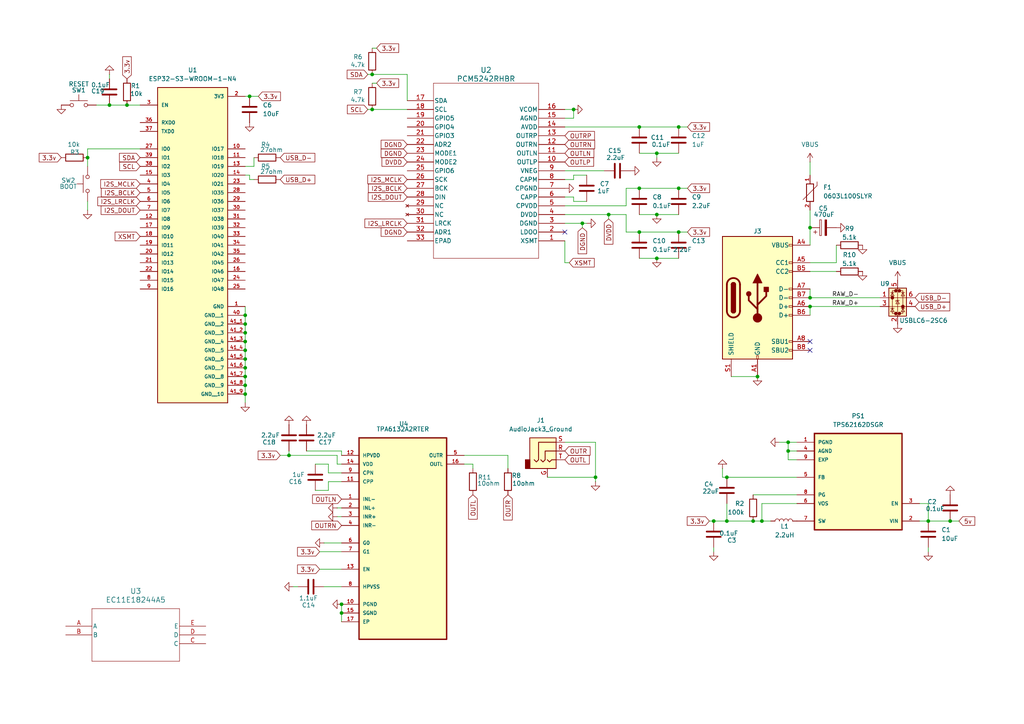
<source format=kicad_sch>
(kicad_sch (version 20250114) (generator "eeschema") (generator_version "9.0")
  (paper "A4")
  (title_block (title "Spotify Desk Thing - Blueprint") (company "blaze - Hack Club"))
  (lib_symbols
    (symbol "0603L100SLYR:0603L100SLYR" (pin_names (offset 1.016))
      (property "Reference" "F" (at -2.54 2.54 0))
      (property "Value" "0603L100SLYR" (at -2.54 -5.08 0))
      (symbol "0603L100SLYR_0_0"
        (pin passive line (at -5.08 0 0) (length 2.54) (name "~") (number "2"))
        (pin passive line (at 5.08 0 180) (length 2.54) (name "~") (number "1"))
      )
    )
    (symbol "Connector:USB_C_Receptacle_USB2.0_16P" (pin_names (offset 1.016))
      (property "Reference" "J" (at 0 22.225 0))
      (property "Value" "USB_C_Receptacle_USB2.0_16P" (at 0 19.685 0))
      (symbol "USB_C_Receptacle_USB2.0_16P_1_1"
        (pin passive line (at -7.62 -22.86 90) (length 5.08) (name "SHIELD") (number "S1"))
        (pin passive line (at 0 -22.86 90) (length 5.08) (name "GND") (number "A1"))
        (pin passive line (at 0 -22.86 90) (length 5.08) (hide yes) (name "GND") (number "A12"))
        (pin passive line (at 0 -22.86 90) (length 5.08) (hide yes) (name "GND") (number "B1"))
        (pin passive line (at 0 -22.86 90) (length 5.08) (hide yes) (name "GND") (number "B12"))
        (pin passive line (at 15.24 15.24 180) (length 5.08) (name "VBUS") (number "A4"))
        (pin passive line (at 15.24 15.24 180) (length 5.08) (hide yes) (name "VBUS") (number "A9"))
        (pin passive line (at 15.24 15.24 180) (length 5.08) (hide yes) (name "VBUS") (number "B4"))
        (pin passive line (at 15.24 15.24 180) (length 5.08) (hide yes) (name "VBUS") (number "B9"))
        (pin bidirectional line (at 15.24 10.16 180) (length 5.08) (name "CC1") (number "A5"))
        (pin bidirectional line (at 15.24 7.62 180) (length 5.08) (name "CC2") (number "B5"))
        (pin bidirectional line (at 15.24 2.54 180) (length 5.08) (name "D-") (number "A7"))
        (pin bidirectional line (at 15.24 0 180) (length 5.08) (name "D-") (number "B7"))
        (pin bidirectional line (at 15.24 -2.54 180) (length 5.08) (name "D+") (number "A6"))
        (pin bidirectional line (at 15.24 -5.08 180) (length 5.08) (name "D+") (number "B6"))
        (pin bidirectional line (at 15.24 -12.7 180) (length 5.08) (name "SBU1") (number "A8"))
        (pin bidirectional line (at 15.24 -15.24 180) (length 5.08) (name "SBU2") (number "B8"))
      )
    )
    (symbol "Connector_Audio:AudioJack3_Ground"
      (property "Reference" "J" (at 0 8.89 0))
      (property "Value" "AudioJack3_Ground" (at 0 6.35 0))
      (symbol "AudioJack3_Ground_1_1"
        (pin passive line (at 0 -7.62 90) (length 2.54) (name "~") (number "G"))
        (pin passive line (at 5.08 2.54 180) (length 2.54) (name "~") (number "S"))
        (pin passive line (at 5.08 0 180) (length 2.54) (name "~") (number "R"))
        (pin passive line (at 5.08 -2.54 180) (length 2.54) (name "~") (number "T"))
      )
    )
    (symbol "Device:C" (pin_numbers (hide yes)) (pin_names (offset 0.254))
      (property "Reference" "C" (at 0.635 2.54 0))
      (property "Value" "C" (at 0.635 -2.54 0))
      (symbol "C_1_1"
        (pin passive line (at 0 3.81 270) (length 2.794) (name "~") (number "1"))
        (pin passive line (at 0 -3.81 90) (length 2.794) (name "~") (number "2"))
      )
    )
    (symbol "Device:C_Polarized" (pin_numbers (hide yes)) (pin_names (offset 0.254))
      (property "Reference" "C" (at 0.635 2.54 0))
      (property "Value" "C_Polarized" (at 0.635 -2.54 0))
      (symbol "C_Polarized_1_1"
        (pin passive line (at 0 3.81 270) (length 2.794) (name "~") (number "1"))
        (pin passive line (at 0 -3.81 90) (length 2.794) (name "~") (number "2"))
      )
    )
    (symbol "Device:L" (pin_numbers (hide yes)) (pin_names (offset 1.016) (hide yes))
      (property "Reference" "L" (at -1.27 0 90))
      (property "Value" "L" (at 1.905 0 90))
      (symbol "L_1_1"
        (pin passive line (at 0 3.81 270) (length 1.27) (name "1") (number "1"))
        (pin passive line (at 0 -3.81 90) (length 1.27) (name "2") (number "2"))
      )
    )
    (symbol "Device:R" (pin_numbers (hide yes)) (pin_names (offset 0))
      (property "Reference" "R" (at 2.032 0 90))
      (property "Value" "R" (at 0 0 90))
      (symbol "R_1_1"
        (pin passive line (at 0 3.81 270) (length 1.27) (name "~") (number "1"))
        (pin passive line (at 0 -3.81 90) (length 1.27) (name "~") (number "2"))
      )
    )
    (symbol "EC11E:EC11E18244A5" (pin_names (offset 0.254))
      (property "Reference" "U" (at 20.32 10.16 0))
      (property "Value" "EC11E18244A5" (at 20.32 7.62 0))
      (symbol "EC11E18244A5_0_1"
        (pin unspecified line (at 0 0 0) (length 7.62) (name "A") (number "A"))
        (pin unspecified line (at 0 -2.54 0) (length 7.62) (name "B") (number "B"))
        (pin unspecified line (at 40.64 0 180) (length 7.62) (name "E") (number "E"))
        (pin unspecified line (at 40.64 -2.54 180) (length 7.62) (name "D") (number "D"))
        (pin unspecified line (at 40.64 -5.08 180) (length 7.62) (name "C") (number "C"))
      )
    )
    (symbol "ESP32-S3-WROOM-1-N4:ESP32-S3-WROOM-1-N4" (pin_names (offset 1.016))
      (property "Reference" "U" (at -10.16 34.1122 0))
      (property "Value" "ESP32-S3-WROOM-1-N4" (at -10.16 -60.96 0))
      (symbol "ESP32-S3-WROOM-1-N4_0_0"
        (pin input line (at -15.24 27.94 0) (length 5.08) (name "EN") (number "3"))
        (pin bidirectional line (at -15.24 22.86 0) (length 5.08) (name "RXD0") (number "36"))
        (pin bidirectional line (at -15.24 20.32 0) (length 5.08) (name "TXD0") (number "37"))
        (pin bidirectional line (at -15.24 15.24 0) (length 5.08) (name "IO0") (number "27"))
        (pin bidirectional line (at -15.24 12.7 0) (length 5.08) (name "IO1") (number "39"))
        (pin bidirectional line (at -15.24 10.16 0) (length 5.08) (name "IO2") (number "38"))
        (pin bidirectional line (at -15.24 7.62 0) (length 5.08) (name "IO3") (number "15"))
        (pin bidirectional line (at -15.24 5.08 0) (length 5.08) (name "IO4") (number "4"))
        (pin bidirectional line (at -15.24 2.54 0) (length 5.08) (name "IO5") (number "5"))
        (pin bidirectional line (at -15.24 0 0) (length 5.08) (name "IO6") (number "6"))
        (pin bidirectional line (at -15.24 -2.54 0) (length 5.08) (name "IO7") (number "7"))
        (pin bidirectional line (at -15.24 -5.08 0) (length 5.08) (name "IO8") (number "12"))
        (pin bidirectional line (at -15.24 -7.62 0) (length 5.08) (name "IO9") (number "17"))
        (pin bidirectional line (at -15.24 -10.16 0) (length 5.08) (name "IO10") (number "18"))
        (pin bidirectional line (at -15.24 -12.7 0) (length 5.08) (name "IO11") (number "19"))
        (pin bidirectional line (at -15.24 -15.24 0) (length 5.08) (name "IO12") (number "20"))
        (pin bidirectional line (at -15.24 -17.78 0) (length 5.08) (name "IO13") (number "21"))
        (pin bidirectional line (at -15.24 -20.32 0) (length 5.08) (name "IO14") (number "22"))
        (pin bidirectional line (at -15.24 -22.86 0) (length 5.08) (name "IO15") (number "8"))
        (pin bidirectional line (at -15.24 -25.4 0) (length 5.08) (name "IO16") (number "9"))
        (pin power_in line (at 15.24 30.48 180) (length 5.08) (name "3V3") (number "2"))
        (pin bidirectional line (at 15.24 15.24 180) (length 5.08) (name "IO17") (number "10"))
        (pin bidirectional line (at 15.24 12.7 180) (length 5.08) (name "IO18") (number "11"))
        (pin bidirectional line (at 15.24 10.16 180) (length 5.08) (name "IO19") (number "13"))
        (pin bidirectional line (at 15.24 7.62 180) (length 5.08) (name "IO20") (number "14"))
        (pin bidirectional line (at 15.24 5.08 180) (length 5.08) (name "IO21") (number "23"))
        (pin bidirectional line (at 15.24 2.54 180) (length 5.08) (name "IO35") (number "28"))
        (pin bidirectional line (at 15.24 0 180) (length 5.08) (name "IO36") (number "29"))
        (pin bidirectional line (at 15.24 -2.54 180) (length 5.08) (name "IO37") (number "30"))
        (pin bidirectional line (at 15.24 -5.08 180) (length 5.08) (name "IO38") (number "31"))
        (pin bidirectional line (at 15.24 -7.62 180) (length 5.08) (name "IO39") (number "32"))
        (pin bidirectional line (at 15.24 -10.16 180) (length 5.08) (name "IO40") (number "33"))
        (pin bidirectional line (at 15.24 -12.7 180) (length 5.08) (name "IO41") (number "34"))
        (pin bidirectional line (at 15.24 -15.24 180) (length 5.08) (name "IO42") (number "35"))
        (pin bidirectional line (at 15.24 -17.78 180) (length 5.08) (name "IO45") (number "26"))
        (pin bidirectional line (at 15.24 -20.32 180) (length 5.08) (name "IO46") (number "16"))
        (pin bidirectional line (at 15.24 -22.86 180) (length 5.08) (name "IO47") (number "24"))
        (pin bidirectional line (at 15.24 -25.4 180) (length 5.08) (name "IO48") (number "25"))
        (pin power_in line (at 15.24 -30.48 180) (length 5.08) (name "GND") (number "1"))
        (pin power_in line (at 15.24 -33.02 180) (length 5.08) (name "GND__1") (number "40"))
        (pin power_in line (at 15.24 -35.56 180) (length 5.08) (name "GND__2") (number "41_1"))
        (pin power_in line (at 15.24 -38.1 180) (length 5.08) (name "GND__3") (number "41_2"))
        (pin power_in line (at 15.24 -40.64 180) (length 5.08) (name "GND__4") (number "41_3"))
        (pin power_in line (at 15.24 -43.18 180) (length 5.08) (name "GND__5") (number "41_4"))
        (pin power_in line (at 15.24 -45.72 180) (length 5.08) (name "GND__6") (number "41_5"))
        (pin power_in line (at 15.24 -48.26 180) (length 5.08) (name "GND__7") (number "41_6"))
        (pin power_in line (at 15.24 -50.8 180) (length 5.08) (name "GND__8") (number "41_7"))
        (pin power_in line (at 15.24 -53.34 180) (length 5.08) (name "GND__9") (number "41_8"))
        (pin power_in line (at 15.24 -55.88 180) (length 5.08) (name "GND__10") (number "41_9"))
      )
    )
    (symbol "PCM5242RHBR:PCM5242RHBR" (pin_names (offset 0.254))
      (property "Reference" "U" (at 22.86 10.16 0))
      (property "Value" "PCM5242RHBR" (at 22.86 7.62 0))
      (symbol "PCM5242RHBR_0_1"
        (pin input line (at 0 0 0) (length 7.62) (name "XSMT") (number "1"))
        (pin output line (at 0 -2.54 0) (length 7.62) (name "LDOO") (number "2"))
        (pin power_in line (at 0 -5.08 0) (length 7.62) (name "DGND") (number "3"))
        (pin power_in line (at 0 -7.62 0) (length 7.62) (name "DVDD") (number "4"))
        (pin power_in line (at 0 -10.16 0) (length 7.62) (name "CPVDD") (number "5"))
        (pin output line (at 0 -12.7 0) (length 7.62) (name "CAPP") (number "6"))
        (pin power_in line (at 0 -15.24 0) (length 7.62) (name "CPGND") (number "7"))
        (pin output line (at 0 -17.78 0) (length 7.62) (name "CAPM") (number "8"))
        (pin output line (at 0 -20.32 0) (length 7.62) (name "VNEG") (number "9"))
        (pin output line (at 0 -22.86 0) (length 7.62) (name "OUTLP") (number "10"))
        (pin output line (at 0 -25.4 0) (length 7.62) (name "OUTLN") (number "11"))
        (pin output line (at 0 -27.94 0) (length 7.62) (name "OUTRN") (number "12"))
        (pin output line (at 0 -30.48 0) (length 7.62) (name "OUTRP") (number "13"))
        (pin power_in line (at 0 -33.02 0) (length 7.62) (name "AVDD") (number "14"))
        (pin power_in line (at 0 -35.56 0) (length 7.62) (name "AGND") (number "15"))
        (pin bidirectional line (at 0 -38.1 0) (length 7.62) (name "VCOM") (number "16"))
        (pin unspecified line (at 45.72 0 180) (length 7.62) (name "EPAD") (number "33"))
        (pin bidirectional line (at 45.72 -2.54 180) (length 7.62) (name "ADR1") (number "32"))
        (pin bidirectional line (at 45.72 -5.08 180) (length 7.62) (name "LRCK") (number "31"))
        (pin no_connect line (at 45.72 -7.62 180) (length 7.62) (name "NC") (number "30"))
        (pin no_connect line (at 45.72 -10.16 180) (length 7.62) (name "NC") (number "29"))
        (pin input line (at 45.72 -12.7 180) (length 7.62) (name "DIN") (number "28"))
        (pin bidirectional line (at 45.72 -15.24 180) (length 7.62) (name "BCK") (number "27"))
        (pin input line (at 45.72 -17.78 180) (length 7.62) (name "SCK") (number "26"))
        (pin bidirectional line (at 45.72 -20.32 180) (length 7.62) (name "GPIO6") (number "25"))
        (pin input line (at 45.72 -22.86 180) (length 7.62) (name "MODE2") (number "24"))
        (pin input line (at 45.72 -25.4 180) (length 7.62) (name "MODE1") (number "23"))
        (pin bidirectional line (at 45.72 -27.94 180) (length 7.62) (name "ADR2") (number "22"))
        (pin bidirectional line (at 45.72 -30.48 180) (length 7.62) (name "GPIO3") (number "21"))
        (pin bidirectional line (at 45.72 -33.02 180) (length 7.62) (name "GPIO4") (number "20"))
        (pin bidirectional line (at 45.72 -35.56 180) (length 7.62) (name "GPIO5") (number "19"))
        (pin input line (at 45.72 -38.1 180) (length 7.62) (name "SCL") (number "18"))
        (pin bidirectional line (at 45.72 -40.64 180) (length 7.62) (name "SDA") (number "17"))
      )
    )
    (symbol "Power_Protection:USBLC6-2SC6" (pin_names (hide yes))
      (property "Reference" "U" (at 0.635 5.715 0))
      (property "Value" "USBLC6-2SC6" (at 0.635 3.81 0))
      (symbol "USBLC6-2SC6_1_1"
        (pin passive line (at -5.08 0 0) (length 2.54) (name "I/O1") (number "1"))
        (pin passive line (at -5.08 -2.54 0) (length 2.54) (name "I/O2") (number "3"))
        (pin passive line (at 0 5.08 270) (length 2.54) (name "VBUS") (number "5"))
        (pin passive line (at 0 -7.62 90) (length 2.54) (name "GND") (number "2"))
        (pin passive line (at 5.08 0 180) (length 2.54) (name "I/O1") (number "6"))
        (pin passive line (at 5.08 -2.54 180) (length 2.54) (name "I/O2") (number "4"))
      )
    )
    (symbol "Switch:SW_Push" (pin_numbers (hide yes)) (pin_names (offset 1.016) (hide yes))
      (property "Reference" "SW" (at 1.27 2.54 0))
      (property "Value" "SW_Push" (at 0 -1.524 0))
      (symbol "SW_Push_0_1"
        (pin passive line (at -5.08 0 0) (length 2.54) (name "1") (number "1"))
        (pin passive line (at 5.08 0 180) (length 2.54) (name "2") (number "2"))
      )
    )
    (symbol "TPA6132A2RTER:TPA6132A2RTER" (pin_names (offset 1.016))
      (property "Reference" "U" (at -5.5203 27.6777 0))
      (property "Value" "TPA6132A2RTER" (at -3.6369 -37.6155 0))
      (symbol "TPA6132A2RTER_0_0"
        (pin power_in line (at -17.78 20.32 0) (length 5.08) (name "HPVDD") (number "12"))
        (pin power_in line (at -17.78 17.78 0) (length 5.08) (name "VDD") (number "14"))
        (pin power_in line (at -17.78 15.24 0) (length 5.08) (name "CPN") (number "9"))
        (pin power_in line (at -17.78 12.7 0) (length 5.08) (name "CPP") (number "11"))
        (pin input line (at -17.78 7.62 0) (length 5.08) (name "INL-") (number "1"))
        (pin input line (at -17.78 5.08 0) (length 5.08) (name "INL+") (number "2"))
        (pin input line (at -17.78 2.54 0) (length 5.08) (name "INR+") (number "3"))
        (pin input line (at -17.78 0 0) (length 5.08) (name "INR-") (number "4"))
        (pin input line (at -17.78 -5.08 0) (length 5.08) (name "G0") (number "6"))
        (pin input line (at -17.78 -7.62 0) (length 5.08) (name "G1") (number "7"))
        (pin input line (at -17.78 -12.7 0) (length 5.08) (name "EN") (number "13"))
        (pin power_in line (at -17.78 -17.78 0) (length 5.08) (name "HPVSS") (number "8"))
        (pin passive line (at -17.78 -22.86 0) (length 5.08) (name "PGND") (number "10"))
        (pin passive line (at -17.78 -25.4 0) (length 5.08) (name "SGND") (number "15"))
        (pin passive line (at -17.78 -27.94 0) (length 5.08) (name "EP") (number "17"))
        (pin output line (at 17.78 20.32 180) (length 5.08) (name "OUTR") (number "5"))
        (pin output line (at 17.78 17.78 180) (length 5.08) (name "OUTL") (number "16"))
      )
    )
    (symbol "TPS62162DSGR:TPS62162DSGR" (pin_names (offset 1.016))
      (property "Reference" "PS" (at -12.7 13.7 0))
      (property "Value" "TPS62162DSGR" (at -12.7 -17.78 0))
      (symbol "TPS62162DSGR_0_0"
        (pin input line (at -17.78 10.16 0) (length 5.08) (name "VIN") (number "2"))
        (pin input line (at -17.78 5.08 0) (length 5.08) (name "EN") (number "3"))
        (pin output line (at 17.78 10.16 180) (length 5.08) (name "SW") (number "7"))
        (pin input line (at 17.78 5.08 180) (length 5.08) (name "VOS") (number "6"))
        (pin output line (at 17.78 2.54 180) (length 5.08) (name "PG") (number "8"))
        (pin input line (at 17.78 -2.54 180) (length 5.08) (name "FB") (number "5"))
        (pin passive line (at 17.78 -7.62 180) (length 5.08) (name "EXP") (number "9"))
        (pin power_in line (at 17.78 -10.16 180) (length 5.08) (name "AGND") (number "4"))
        (pin power_in line (at 17.78 -12.7 180) (length 5.08) (name "PGND") (number "1"))
      )
    )
    (symbol "power:GND" (power) (pin_numbers (hide yes)) (pin_names (offset 0) (hide yes))
      (property "Value" "GND" (at 0 -3.81 0))
      (symbol "GND_1_1"
        (pin power_in line (at 0 0 270) (length 0) (name "~") (number "1"))
      )
    )
    (symbol "power:VBUS" (power) (pin_numbers (hide yes)) (pin_names (offset 0) (hide yes))
      (property "Value" "VBUS" (at 0 3.556 0))
      (symbol "VBUS_1_1"
        (pin power_in line (at 0 0 90) (length 0) (name "~") (number "1"))
      )
    )
  )
  (junction (at 166.37 31.75))
  (junction (at 31.75 30.48))
  (junction (at 196.85 67.31))
  (junction (at 71.12 93.98))
  (junction (at 234.95 86.36))
  (junction (at 269.24 151.13))
  (junction (at 228.6 128.27))
  (junction (at 210.82 151.13))
  (junction (at 185.42 54.61))
  (junction (at 168.91 64.77))
  (junction (at 71.12 96.52))
  (junction (at 172.72 138.43))
  (junction (at 218.44 151.13))
  (junction (at 71.12 111.76))
  (junction (at 25.4 45.72))
  (junction (at 36.83 30.48))
  (junction (at 99.06 177.8))
  (junction (at 176.53 62.23))
  (junction (at 220.98 151.13))
  (junction (at 219.71 109.22))
  (junction (at 234.95 66.04))
  (junction (at 99.06 175.26))
  (junction (at 190.5 44.45))
  (junction (at 196.85 54.61))
  (junction (at 71.12 101.6))
  (junction (at 71.12 104.14))
  (junction (at 71.12 109.22))
  (junction (at 190.5 62.23))
  (junction (at 228.6 130.81))
  (junction (at 196.85 36.83))
  (junction (at 207.01 151.13))
  (junction (at 210.82 138.43))
  (junction (at 190.5 74.93))
  (junction (at 275.59 151.13))
  (junction (at 72.39 27.94))
  (junction (at 71.12 91.44))
  (junction (at 71.12 106.68))
  (junction (at 234.95 88.9))
  (junction (at 83.82 132.08))
  (junction (at 107.95 21.59))
  (junction (at 185.42 67.31))
  (junction (at 185.42 36.83))
  (junction (at 71.12 114.3))
  (junction (at 71.12 99.06))
  (junction (at 107.95 31.75))
  (no_connect (at 234.95 101.6))
  (no_connect (at 163.83 67.31))
  (no_connect (at 234.95 99.06))
  (wire (pts (xy 163.83 69.85) (xy 163.83 76.2)))
  (wire (pts (xy 95.25 139.7) (xy 95.25 142.24)))
  (wire (pts (xy 25.4 43.18) (xy 40.64 43.18)))
  (wire (pts (xy 218.44 151.13) (xy 220.98 151.13)))
  (wire (pts (xy 163.83 34.29) (xy 166.37 34.29)))
  (wire (pts (xy 99.06 130.81) (xy 88.9 130.81)))
  (wire (pts (xy 166.37 34.29) (xy 166.37 31.75)))
  (wire (pts (xy 234.95 86.36) (xy 255.27 86.36)))
  (wire (pts (xy 218.44 143.51) (xy 231.14 143.51)))
  (wire (pts (xy 71.12 114.3) (xy 71.12 116.84)))
  (wire (pts (xy 166.37 31.75) (xy 163.83 31.75)))
  (wire (pts (xy 210.82 146.05) (xy 210.82 151.13)))
  (wire (pts (xy 99.06 177.8) (xy 99.06 180.34)))
  (wire (pts (xy 190.5 74.93) (xy 196.85 74.93)))
  (wire (pts (xy 72.39 50.8) (xy 71.12 50.8)))
  (wire (pts (xy 31.75 21.59) (xy 31.75 22.86)))
  (wire (pts (xy 71.12 93.98) (xy 71.12 96.52)))
  (wire (pts (xy 168.91 66.04) (xy 168.91 64.77)))
  (wire (pts (xy 176.53 62.23) (xy 181.61 62.23)))
  (wire (pts (xy 109.22 13.97) (xy 107.95 13.97)))
  (wire (pts (xy 181.61 59.69) (xy 163.83 59.69)))
  (wire (pts (xy 234.95 60.96) (xy 234.95 66.04)))
  (wire (pts (xy 107.95 31.75) (xy 118.11 31.75)))
  (wire (pts (xy 106.68 21.59) (xy 107.95 21.59)))
  (wire (pts (xy 92.71 160.02) (xy 99.06 160.02)))
  (wire (pts (xy 234.95 91.44) (xy 234.95 88.9)))
  (wire (pts (xy 163.83 49.53) (xy 175.26 49.53)))
  (wire (pts (xy 190.5 44.45) (xy 190.5 45.72)))
  (wire (pts (xy 166.37 50.8) (xy 170.18 50.8)))
  (wire (pts (xy 185.42 36.83) (xy 196.85 36.83)))
  (wire (pts (xy 166.37 52.07) (xy 166.37 50.8)))
  (wire (pts (xy 234.95 66.04) (xy 234.95 71.12)))
  (wire (pts (xy 181.61 54.61) (xy 181.61 59.69)))
  (wire (pts (xy 172.72 128.27) (xy 172.72 138.43)))
  (wire (pts (xy 172.72 139.7) (xy 172.72 138.43)))
  (wire (pts (xy 73.66 48.26) (xy 73.66 45.72)))
  (wire (pts (xy 269.24 151.13) (xy 266.7 151.13)))
  (wire (pts (xy 72.39 27.94) (xy 71.12 27.94)))
  (wire (pts (xy 185.42 62.23) (xy 190.5 62.23)))
  (wire (pts (xy 92.71 165.1) (xy 99.06 165.1)))
  (wire (pts (xy 118.11 21.59) (xy 118.11 29.21)))
  (wire (pts (xy 242.57 76.2) (xy 234.95 76.2)))
  (wire (pts (xy 196.85 54.61) (xy 199.39 54.61)))
  (wire (pts (xy 210.82 138.43) (xy 231.14 138.43)))
  (wire (pts (xy 181.61 54.61) (xy 185.42 54.61)))
  (wire (pts (xy 25.4 45.72) (xy 25.4 48.26)))
  (wire (pts (xy 275.59 151.13) (xy 278.13 151.13)))
  (wire (pts (xy 91.44 134.62) (xy 95.25 134.62)))
  (wire (pts (xy 93.98 170.18) (xy 99.06 170.18)))
  (wire (pts (xy 266.7 146.05) (xy 269.24 146.05)))
  (wire (pts (xy 163.83 36.83) (xy 185.42 36.83)))
  (wire (pts (xy 36.83 30.48) (xy 40.64 30.48)))
  (wire (pts (xy 228.6 128.27) (xy 228.6 130.81)))
  (wire (pts (xy 31.75 30.48) (xy 36.83 30.48)))
  (wire (pts (xy 107.95 21.59) (xy 118.11 21.59)))
  (wire (pts (xy 242.57 78.74) (xy 234.95 78.74)))
  (wire (pts (xy 234.95 46.99) (xy 234.95 50.8)))
  (wire (pts (xy 231.14 128.27) (xy 228.6 128.27)))
  (wire (pts (xy 207.01 158.75) (xy 207.01 160.02)))
  (wire (pts (xy 231.14 133.35) (xy 228.6 133.35)))
  (wire (pts (xy 99.06 134.62) (xy 97.79 134.62)))
  (wire (pts (xy 199.39 36.83) (xy 196.85 36.83)))
  (wire (pts (xy 97.79 147.32) (xy 99.06 147.32)))
  (wire (pts (xy 185.42 54.61) (xy 196.85 54.61)))
  (wire (pts (xy 85.09 170.18) (xy 86.36 170.18)))
  (wire (pts (xy 209.55 135.89) (xy 209.55 138.43)))
  (wire (pts (xy 220.98 146.05) (xy 220.98 151.13)))
  (wire (pts (xy 196.85 67.31) (xy 199.39 67.31)))
  (wire (pts (xy 99.06 132.08) (xy 99.06 130.81)))
  (wire (pts (xy 25.4 43.18) (xy 25.4 45.72)))
  (wire (pts (xy 95.25 137.16) (xy 99.06 137.16)))
  (wire (pts (xy 207.01 151.13) (xy 210.82 151.13)))
  (wire (pts (xy 176.53 63.5) (xy 176.53 62.23)))
  (wire (pts (xy 269.24 146.05) (xy 269.24 151.13)))
  (wire (pts (xy 137.16 134.62) (xy 137.16 135.89)))
  (wire (pts (xy 99.06 175.26) (xy 99.06 177.8)))
  (wire (pts (xy 185.42 67.31) (xy 196.85 67.31)))
  (wire (pts (xy 71.12 88.9) (xy 71.12 91.44)))
  (wire (pts (xy 163.83 52.07) (xy 166.37 52.07)))
  (wire (pts (xy 73.66 52.07) (xy 72.39 52.07)))
  (wire (pts (xy 166.37 58.42) (xy 170.18 58.42)))
  (wire (pts (xy 166.37 58.42) (xy 166.37 57.15)))
  (wire (pts (xy 234.95 88.9) (xy 255.27 88.9)))
  (wire (pts (xy 234.95 83.82) (xy 234.95 86.36)))
  (wire (pts (xy 210.82 138.43) (xy 209.55 138.43)))
  (wire (pts (xy 71.12 101.6) (xy 71.12 104.14)))
  (wire (pts (xy 71.12 99.06) (xy 71.12 101.6)))
  (wire (pts (xy 71.12 111.76) (xy 71.12 114.3)))
  (wire (pts (xy 231.14 146.05) (xy 220.98 146.05)))
  (wire (pts (xy 185.42 44.45) (xy 190.5 44.45)))
  (wire (pts (xy 97.79 149.86) (xy 99.06 149.86)))
  (wire (pts (xy 212.09 109.22) (xy 219.71 109.22)))
  (wire (pts (xy 269.24 158.75) (xy 269.24 160.02)))
  (wire (pts (xy 99.06 139.7) (xy 95.25 139.7)))
  (wire (pts (xy 25.4 58.42) (xy 25.4 60.96)))
  (wire (pts (xy 71.12 109.22) (xy 71.12 111.76)))
  (wire (pts (xy 210.82 151.13) (xy 218.44 151.13)))
  (wire (pts (xy 134.62 132.08) (xy 147.32 132.08)))
  (wire (pts (xy 158.75 138.43) (xy 172.72 138.43)))
  (wire (pts (xy 205.74 151.13) (xy 207.01 151.13)))
  (wire (pts (xy 71.12 91.44) (xy 71.12 93.98)))
  (wire (pts (xy 134.62 134.62) (xy 137.16 134.62)))
  (wire (pts (xy 228.6 130.81) (xy 231.14 130.81)))
  (wire (pts (xy 228.6 133.35) (xy 228.6 130.81)))
  (wire (pts (xy 166.37 57.15) (xy 163.83 57.15)))
  (wire (pts (xy 74.93 27.94) (xy 72.39 27.94)))
  (wire (pts (xy 71.12 48.26) (xy 73.66 48.26)))
  (wire (pts (xy 97.79 132.08) (xy 97.79 134.62)))
  (wire (pts (xy 242.57 71.12) (xy 242.57 76.2)))
  (wire (pts (xy 163.83 76.2) (xy 165.1 76.2)))
  (wire (pts (xy 220.98 151.13) (xy 223.52 151.13)))
  (wire (pts (xy 163.83 64.77) (xy 168.91 64.77)))
  (wire (pts (xy 147.32 132.08) (xy 147.32 135.89)))
  (wire (pts (xy 163.83 62.23) (xy 176.53 62.23)))
  (wire (pts (xy 27.94 30.48) (xy 31.75 30.48)))
  (wire (pts (xy 71.12 96.52) (xy 71.12 99.06)))
  (wire (pts (xy 181.61 67.31) (xy 185.42 67.31)))
  (wire (pts (xy 168.91 64.77) (xy 170.18 64.77)))
  (wire (pts (xy 226.06 128.27) (xy 228.6 128.27)))
  (wire (pts (xy 185.42 74.93) (xy 190.5 74.93)))
  (wire (pts (xy 71.12 104.14) (xy 71.12 106.68)))
  (wire (pts (xy 190.5 44.45) (xy 196.85 44.45)))
  (wire (pts (xy 181.61 62.23) (xy 181.61 67.31)))
  (wire (pts (xy 93.98 157.48) (xy 99.06 157.48)))
  (wire (pts (xy 72.39 52.07) (xy 72.39 50.8)))
  (wire (pts (xy 81.28 132.08) (xy 83.82 132.08)))
  (wire (pts (xy 190.5 62.23) (xy 196.85 62.23)))
  (wire (pts (xy 83.82 130.81) (xy 83.82 132.08)))
  (wire (pts (xy 106.68 31.75) (xy 107.95 31.75)))
  (wire (pts (xy 71.12 106.68) (xy 71.12 109.22)))
  (wire (pts (xy 97.79 132.08) (xy 83.82 132.08)))
  (wire (pts (xy 95.25 142.24) (xy 91.44 142.24)))
  (wire (pts (xy 269.24 151.13) (xy 275.59 151.13)))
  (wire (pts (xy 163.83 128.27) (xy 172.72 128.27)))
  (wire (pts (xy 109.22 24.13) (xy 107.95 24.13)))
  (wire (pts (xy 95.25 134.62) (xy 95.25 137.16)))
  (label "RAW_D+" (at 241.3 88.9 0))
  (label "RAW_D-" (at 241.3 86.36 0))
  (global_label "SCL" (shape input) (at 40.64 48.26 180) (property "Intersheetrefs" "${INTERSHEET_REFS}" (effects (hide yes))))
  (global_label "SCL" (shape input) (at 106.68 31.75 180) (property "Intersheetrefs" "${INTERSHEET_REFS}" (effects (hide yes))))
  (global_label "SDA" (shape input) (at 40.64 45.72 180) (property "Intersheetrefs" "${INTERSHEET_REFS}" (effects (hide yes))))
  (global_label "3.3v" (shape input) (at 199.39 54.61 0) (property "Intersheetrefs" "${INTERSHEET_REFS}" (effects (hide yes))))
  (global_label "OUTRN" (shape input) (at 163.83 41.91 0) (property "Intersheetrefs" "${INTERSHEET_REFS}" (effects (hide yes))))
  (global_label "USB_D-" (shape input) (at 81.28 45.72 0) (property "Intersheetrefs" "${INTERSHEET_REFS}" (effects (hide yes))))
  (global_label "OUTL" (shape input) (at 137.16 143.51 270) (property "Intersheetrefs" "${INTERSHEET_REFS}" (effects (hide yes))))
  (global_label "OUTR" (shape input) (at 147.32 143.51 270) (property "Intersheetrefs" "${INTERSHEET_REFS}" (effects (hide yes))))
  (global_label "I2S_MCLK" (shape input) (at 40.64 53.34 180) (property "Intersheetrefs" "${INTERSHEET_REFS}" (effects (hide yes))))
  (global_label "I2S_DOUT" (shape input) (at 40.64 60.96 180) (property "Intersheetrefs" "${INTERSHEET_REFS}" (effects (hide yes))))
  (global_label "OUTLN" (shape input) (at 163.83 44.45 0) (property "Intersheetrefs" "${INTERSHEET_REFS}" (effects (hide yes))))
  (global_label "5v" (shape input) (at 278.13 151.13 0) (property "Intersheetrefs" "${INTERSHEET_REFS}" (effects (hide yes))))
  (global_label "OUTLN" (shape input) (at 99.06 144.78 180) (property "Intersheetrefs" "${INTERSHEET_REFS}" (effects (hide yes))))
  (global_label "DGND" (shape input) (at 168.91 66.04 270) (property "Intersheetrefs" "${INTERSHEET_REFS}" (effects (hide yes))))
  (global_label "USB_D+" (shape input) (at 81.28 52.07 0) (property "Intersheetrefs" "${INTERSHEET_REFS}" (effects (hide yes))))
  (global_label "OUTLP" (shape input) (at 163.83 46.99 0) (property "Intersheetrefs" "${INTERSHEET_REFS}" (effects (hide yes))))
  (global_label "I2S_LRCLK" (shape input) (at 118.11 64.77 180) (property "Intersheetrefs" "${INTERSHEET_REFS}" (effects (hide yes))))
  (global_label "3.3v" (shape input) (at 74.93 27.94 0) (property "Intersheetrefs" "${INTERSHEET_REFS}" (effects (hide yes))))
  (global_label "XSMT" (shape input) (at 165.1 76.2 0) (property "Intersheetrefs" "${INTERSHEET_REFS}" (effects (hide yes))))
  (global_label "DVDD" (shape input) (at 118.11 46.99 180) (property "Intersheetrefs" "${INTERSHEET_REFS}" (effects (hide yes))))
  (global_label "USB_D+" (shape input) (at 265.43 88.9 0) (property "Intersheetrefs" "${INTERSHEET_REFS}" (effects (hide yes))))
  (global_label "3.3v" (shape input) (at 92.71 160.02 180) (property "Intersheetrefs" "${INTERSHEET_REFS}" (effects (hide yes))))
  (global_label "I2S_LRCLK" (shape input) (at 40.64 58.42 180) (property "Intersheetrefs" "${INTERSHEET_REFS}" (effects (hide yes))))
  (global_label "SDA" (shape input) (at 106.68 21.59 180) (property "Intersheetrefs" "${INTERSHEET_REFS}" (effects (hide yes))))
  (global_label "3.3v" (shape input) (at 81.28 132.08 180) (property "Intersheetrefs" "${INTERSHEET_REFS}" (effects (hide yes))))
  (global_label "I2S_DOUT" (shape input) (at 118.11 57.15 180) (property "Intersheetrefs" "${INTERSHEET_REFS}" (effects (hide yes))))
  (global_label "DGND" (shape input) (at 118.11 67.31 180) (property "Intersheetrefs" "${INTERSHEET_REFS}" (effects (hide yes))))
  (global_label "3.3v" (shape input) (at 109.22 24.13 0) (property "Intersheetrefs" "${INTERSHEET_REFS}" (effects (hide yes))))
  (global_label "DGND" (shape input) (at 118.11 41.91 180) (property "Intersheetrefs" "${INTERSHEET_REFS}" (effects (hide yes))))
  (global_label "3.3v" (shape input) (at 92.71 165.1 180) (property "Intersheetrefs" "${INTERSHEET_REFS}" (effects (hide yes))))
  (global_label "3.3v" (shape input) (at 199.39 67.31 0) (property "Intersheetrefs" "${INTERSHEET_REFS}" (effects (hide yes))))
  (global_label "OUTRN" (shape input) (at 99.06 152.4 180) (property "Intersheetrefs" "${INTERSHEET_REFS}" (effects (hide yes))))
  (global_label "I2S_MCLK" (shape input) (at 118.11 52.07 180) (property "Intersheetrefs" "${INTERSHEET_REFS}" (effects (hide yes))))
  (global_label "DVDD" (shape input) (at 176.53 63.5 270) (property "Intersheetrefs" "${INTERSHEET_REFS}" (effects (hide yes))))
  (global_label "3.3v" (shape input) (at 199.39 36.83 0) (property "Intersheetrefs" "${INTERSHEET_REFS}" (effects (hide yes))))
  (global_label "I2S_BCLK" (shape input) (at 40.64 55.88 180) (property "Intersheetrefs" "${INTERSHEET_REFS}" (effects (hide yes))))
  (global_label "3.3v" (shape input) (at 205.74 151.13 180) (property "Intersheetrefs" "${INTERSHEET_REFS}" (effects (hide yes))))
  (global_label "3.3v" (shape input) (at 17.78 45.72 180) (property "Intersheetrefs" "${INTERSHEET_REFS}" (effects (hide yes))))
  (global_label "3.3v" (shape input) (at 36.83 22.86 90) (property "Intersheetrefs" "${INTERSHEET_REFS}" (effects (hide yes))))
  (global_label "USB_D-" (shape input) (at 265.43 86.36 0) (property "Intersheetrefs" "${INTERSHEET_REFS}" (effects (hide yes))))
  (global_label "OUTRP" (shape input) (at 163.83 39.37 0) (property "Intersheetrefs" "${INTERSHEET_REFS}" (effects (hide yes))))
  (global_label "XSMT" (shape input) (at 40.64 68.58 180) (property "Intersheetrefs" "${INTERSHEET_REFS}" (effects (hide yes))))
  (global_label "DGND" (shape input) (at 118.11 44.45 180) (property "Intersheetrefs" "${INTERSHEET_REFS}" (effects (hide yes))))
  (global_label "OUTL" (shape input) (at 163.83 133.35 0) (property "Intersheetrefs" "${INTERSHEET_REFS}" (effects (hide yes))))
  (global_label "OUTR" (shape input) (at 163.83 130.81 0) (property "Intersheetrefs" "${INTERSHEET_REFS}" (effects (hide yes))))
  (global_label "I2S_BCLK" (shape input) (at 118.11 54.61 180) (property "Intersheetrefs" "${INTERSHEET_REFS}" (effects (hide yes))))
  (global_label "3.3v" (shape input) (at 109.22 13.97 0) (property "Intersheetrefs" "${INTERSHEET_REFS}" (effects (hide yes))))
  (symbol (lib_id "Switch:SW_Push") (at 25.4 53.34 90) (unit 1)
    (property "Reference" "SW2" (at 19.812 52.324 90))
    (property "Value" "BOOT" (at 19.812 54.102 90))
    (property "Footprint" "ad-hoc:ALPSALPINE_TopPush_Button" (effects (hide yes)))
    (property "Description" "Push button switch, generic, two pins" (effects (hide yes)))
    (property "Part #" "SKHHAMA010" (effects (hide yes)))
  )
  (symbol (lib_id "Device:C") (at 210.82 142.24 180) (unit 1)
    (property "Reference" "C4" (at 204.216 140.462 0) (effects (justify right)))
    (property "Value" "22uF" (at 203.708 142.494 0) (effects (justify right)))
    (property "Footprint" "Capacitor_SMD:C_0402_1005Metric" (effects (hide yes)))
    (property "Description" "Unpolarized capacitor" (effects (hide yes)))
    (property "Part #" "TCC0402X5R105K6R3AT" (effects (hide yes)))
  )
  (symbol (lib_id "power:GND") (at 88.9 123.19 180) (unit 1)
    (property "Reference" "#PWR022" (effects (hide yes)))
    (property "Value" "GND" (effects (hide yes)))
    (property "Description" "Power symbol creates a global label with name \"GND\" , ground" (effects (hide yes)))
  )
  (symbol (lib_id "Device:R") (at 137.16 139.7 0) (unit 1)
    (property "Reference" "R11" (at 142.494 138.43 0) (effects (justify right)))
    (property "Value" "10ohm" (at 145.034 140.208 0) (effects (justify right)))
    (property "Footprint" "Resistor_SMD:R_0603_1608Metric" (effects (hide yes)))
    (property "Description" "Resistor" (effects (hide yes)))
    (property "Part #" "RC1206JR-134K7L" (effects (hide yes)))
  )
  (symbol (lib_id "Device:R") (at 21.59 45.72 90) (unit 1)
    (property "Reference" "R3" (at 20.32 44.196 90) (effects (justify right)))
    (property "Value" "10k" (at 19.558 41.91 90) (effects (justify right)))
    (property "Footprint" "Resistor_SMD:R_0603_1608Metric" (effects (hide yes)))
    (property "Description" "Resistor" (effects (hide yes)))
    (property "Part #" "RC1206JR-134K7L" (effects (hide yes)))
  )
  (symbol (lib_id "Device:C") (at 275.59 147.32 180) (unit 1)
    (property "Reference" "C2" (at 268.986 145.542 0) (effects (justify right)))
    (property "Value" "0.1uF" (at 268.478 147.574 0) (effects (justify right)))
    (property "Footprint" "Capacitor_SMD:C_0402_1005Metric" (effects (hide yes)))
    (property "Description" "Unpolarized capacitor" (effects (hide yes)))
    (property "Part #" "TCC0402X5R105K6R3AT" (effects (hide yes)))
  )
  (symbol (lib_id "Device:R") (at 77.47 52.07 90) (unit 1)
    (property "Reference" "R5" (at 75.692 48.26 90) (effects (justify right)))
    (property "Value" "27ohm" (at 75.438 49.784 90) (effects (justify right)))
    (property "Footprint" "Resistor_SMD:R_0603_1608Metric" (effects (hide yes)))
    (property "Description" "Resistor" (effects (hide yes)))
    (property "Part #" "RC1206JR-134K7L" (effects (hide yes)))
  )
  (symbol (lib_id "power:GND") (at 275.59 143.51 180) (unit 1)
    (property "Reference" "#PWR05" (effects (hide yes)))
    (property "Value" "GND" (effects (hide yes)))
    (property "Description" "Power symbol creates a global label with name \"GND\" , ground" (effects (hide yes)))
  )
  (symbol (lib_id "power:GND") (at 99.06 175.26 270) (unit 1)
    (property "Reference" "#PWR021" (effects (hide yes)))
    (property "Value" "GND" (effects (hide yes)))
    (property "Description" "Power symbol creates a global label with name \"GND\" , ground" (effects (hide yes)))
  )
  (symbol (lib_id "Device:R") (at 246.38 71.12 270) (mirror x) (unit 1)
    (property "Reference" "R9" (at 246.38 66.294 90))
    (property "Value" "5.1k" (at 246.38 68.834 90))
    (property "Footprint" "Resistor_SMD:R_0402_1005Metric" (effects (hide yes)))
    (property "Description" "Resistor" (effects (hide yes)))
    (property "Part #" "RMCF0805JT5K10" (effects (hide yes)))
  )
  (symbol (lib_id "power:GND") (at 31.75 21.59 180) (unit 1)
    (property "Reference" "#PWR013" (effects (hide yes)))
    (property "Value" "GND" (effects (hide yes)))
    (property "Description" "Power symbol creates a global label with name \"GND\" , ground" (effects (hide yes)))
  )
  (symbol (lib_id "Device:R") (at 107.95 17.78 180) (unit 1)
    (property "Reference" "R6" (at 105.156 16.51 0) (effects (justify left)))
    (property "Value" "4.7k" (at 105.918 18.796 0) (effects (justify left)))
    (property "Footprint" "Resistor_SMD:R_0603_1608Metric" (effects (hide yes)))
    (property "Description" "Resistor" (effects (hide yes)))
    (property "Part #" "RC1206JR-134K7L" (effects (hide yes)))
  )
  (symbol (lib_id "Device:C") (at 269.24 154.94 0) (unit 1)
    (property "Reference" "C1" (at 273.05 153.6699 0) (effects (justify left)))
    (property "Value" "10uF" (at 273.05 156.2099 0) (effects (justify left)))
    (property "Footprint" "Capacitor_SMD:C_0402_1005Metric" (effects (hide yes)))
    (property "Description" "Unpolarized capacitor" (effects (hide yes)))
    (property "Part #" "TCC0402X5R105K6R3AT" (effects (hide yes)))
  )
  (symbol (lib_id "power:GND") (at 209.55 135.89 180) (unit 1)
    (property "Reference" "#PWR04" (effects (hide yes)))
    (property "Value" "GND" (effects (hide yes)))
    (property "Description" "Power symbol creates a global label with name \"GND\" , ground" (effects (hide yes)))
  )
  (symbol (lib_id "EC11E:EC11E18244A5") (at 19.05 181.61 0) (unit 1)
    (property "Reference" "U3" (at 39.37 171.45 0) (effects (font (size 1.524 1.524))))
    (property "Value" "EC11E18244A5" (at 39.37 173.99 0) (effects (font (size 1.524 1.524))))
    (property "Footprint" "EC11E18244A5_ALPS" (effects (hide yes)))
    (property "Datasheet" "EC11E18244A5" (effects (hide yes)))
  )
  (symbol (lib_id "power:GND") (at 72.39 35.56 0) (unit 1)
    (property "Reference" "#PWR010" (effects (hide yes)))
    (property "Value" "GND" (effects (hide yes)))
    (property "Description" "Power symbol creates a global label with name \"GND\" , ground" (effects (hide yes)))
  )
  (symbol (lib_id "PCM5242RHBR:PCM5242RHBR") (at 163.83 69.85 180) (unit 1)
    (property "Reference" "U2" (at 140.97 20.32 0) (effects (font (size 1.524 1.524))))
    (property "Value" "PCM5242RHBR" (at 140.97 22.86 0) (effects (font (size 1.524 1.524))))
    (property "Footprint" "RHB32_3P45X3P45_TEX" (effects (hide yes)))
    (property "Datasheet" "https://www.ti.com/lit/gpn/pcm5242" (effects (hide yes)))
  )
  (symbol (lib_id "Device:R") (at 218.44 147.32 0) (unit 1)
    (property "Reference" "R2" (at 215.9 146.0499 0) (effects (justify right)))
    (property "Value" "100k" (at 215.9 148.5899 0) (effects (justify right)))
    (property "Footprint" "Resistor_SMD:R_0603_1608Metric" (effects (hide yes)))
    (property "Description" "Resistor" (effects (hide yes)))
    (property "Part #" "RC1206JR-134K7L" (effects (hide yes)))
  )
  (symbol (lib_id "Switch:SW_Push") (at 22.86 30.48 0) (unit 1)
    (property "Reference" "SW1" (at 22.86 26.162 0))
    (property "Value" "RESET" (at 22.86 24.384 0))
    (property "Footprint" "ad-hoc:ALPSALPINE_TopPush_Button" (effects (hide yes)))
    (property "Description" "Push button switch, generic, two pins" (effects (hide yes)))
    (property "Part #" "SKHHAMA010" (effects (hide yes)))
  )
  (symbol (lib_id "Device:C") (at 207.01 154.94 0) (unit 1)
    (property "Reference" "C3" (at 213.614 156.718 0) (effects (justify right)))
    (property "Value" "0.1uF" (at 214.122 154.686 0) (effects (justify right)))
    (property "Footprint" "Capacitor_SMD:C_0402_1005Metric" (effects (hide yes)))
    (property "Description" "Unpolarized capacitor" (effects (hide yes)))
    (property "Part #" "TCC0402X5R105K6R3AT" (effects (hide yes)))
  )
  (symbol (lib_id "power:GND") (at 260.35 93.98 0) (unit 1)
    (property "Reference" "#PWR086" (effects (hide yes)))
    (property "Value" "GND" (effects (hide yes)))
    (property "Description" "Power symbol creates a global label with name \"GND\" , ground" (effects (hide yes)))
  )
  (symbol (lib_id "power:GND") (at 182.88 49.53 90) (unit 1)
    (property "Reference" "#PWR019" (effects (hide yes)))
    (property "Value" "GND" (effects (hide yes)))
    (property "Description" "Power symbol creates a global label with name \"GND\" , ground" (effects (hide yes)))
  )
  (symbol (lib_id "Power_Protection:USBLC6-2SC6") (at 260.35 86.36 0) (unit 1)
    (property "Reference" "U9" (at 255.27 82.296 0) (effects (justify left)))
    (property "Value" "USBLC6-2SC6" (at 260.858 92.964 0) (effects (justify left)))
    (property "Footprint" "Package_TO_SOT_SMD:SOT-23-6" (effects (hide yes)))
    (property "Datasheet" "https://www.st.com/resource/en/datasheet/usblc6-2.pdf" (effects (hide yes)))
    (property "Description" "Very low capacitance ESD protection diode, 2 data-line, SOT-23-6" (effects (hide yes)))
  )
  (symbol (lib_id "Device:C") (at 83.82 127 180) (unit 1)
    (property "Reference" "C18" (at 80.01 128.2701 0) (effects (justify left)))
    (property "Value" "2.2uF" (at 75.692 126.238 0) (effects (justify right)))
    (property "Footprint" "Capacitor_SMD:C_0402_1005Metric" (effects (hide yes)))
    (property "Description" "Unpolarized capacitor" (effects (hide yes)))
    (property "Part #" "TCC0402X5R105K6R3AT" (effects (hide yes)))
  )
  (symbol (lib_id "power:GND") (at 172.72 139.7 0) (unit 1)
    (property "Reference" "#PWR025" (effects (hide yes)))
    (property "Value" "GND" (effects (hide yes)))
    (property "Description" "Power symbol creates a global label with name \"GND\" , ground" (effects (hide yes)))
  )
  (symbol (lib_id "Device:C") (at 179.07 49.53 90) (unit 1)
    (property "Reference" "C15" (at 178.308 43.688 90))
    (property "Value" "2.2uF" (at 178.562 45.72 90))
    (property "Footprint" "Capacitor_SMD:C_0402_1005Metric" (effects (hide yes)))
    (property "Description" "Unpolarized capacitor" (effects (hide yes)))
    (property "Part #" "TCC0402X5R105K6R3AT" (effects (hide yes)))
  )
  (symbol (lib_id "Device:C") (at 196.85 58.42 0) (unit 1)
    (property "Reference" "C9" (at 200.66 57.1499 0) (effects (justify left)))
    (property "Value" "2.2uF" (at 200.66 59.6899 0) (effects (justify left)))
    (property "Footprint" "Capacitor_SMD:C_0402_1005Metric" (effects (hide yes)))
    (property "Description" "Unpolarized capacitor" (effects (hide yes)))
    (property "Part #" "TCC0402X5R105K6R3AT" (effects (hide yes)))
  )
  (symbol (lib_id "Connector_Audio:AudioJack3_Ground") (at 158.75 130.81 0) (unit 1)
    (property "Reference" "J1" (at 156.845 121.92 0))
    (property "Value" "AudioJack3_Ground" (at 156.845 124.46 0))
    (property "Description" "Audio Jack, 3 Poles (Stereo / TRS), Grounded Sleeve" (effects (hide yes)))
  )
  (symbol (lib_id "power:GND") (at 250.19 78.74 0) (unit 1)
    (property "Reference" "#PWR080" (effects (hide yes)))
    (property "Value" "GND" (effects (hide yes)))
    (property "Description" "Power symbol creates a global label with name \"GND\" , ground" (effects (hide yes)))
  )
  (symbol (lib_id "power:GND") (at 190.5 45.72 0) (unit 1)
    (property "Reference" "#PWR015" (effects (hide yes)))
    (property "Value" "GND" (effects (hide yes)))
    (property "Description" "Power symbol creates a global label with name \"GND\" , ground" (effects (hide yes)))
  )
  (symbol (lib_id "power:GND") (at 93.98 157.48 270) (unit 1)
    (property "Reference" "#PWR024" (effects (hide yes)))
    (property "Value" "GND" (effects (hide yes)))
    (property "Description" "Power symbol creates a global label with name \"GND\" , ground" (effects (hide yes)))
  )
  (symbol (lib_id "Device:R") (at 147.32 139.7 0) (unit 1)
    (property "Reference" "R8" (at 151.13 137.922 0) (effects (justify right)))
    (property "Value" "10ohm" (at 155.194 140.208 0) (effects (justify right)))
    (property "Footprint" "Resistor_SMD:R_0603_1608Metric" (effects (hide yes)))
    (property "Description" "Resistor" (effects (hide yes)))
    (property "Part #" "RC1206JR-134K7L" (effects (hide yes)))
  )
  (symbol (lib_id "power:GND") (at 250.19 71.12 0) (unit 1)
    (property "Reference" "#PWR079" (effects (hide yes)))
    (property "Value" "GND" (effects (hide yes)))
    (property "Description" "Power symbol creates a global label with name \"GND\" , ground" (effects (hide yes)))
  )
  (symbol (lib_id "power:VBUS") (at 234.95 46.99 0) (unit 1)
    (property "Reference" "#PWR078" (effects (hide yes)))
    (property "Value" "VBUS" (at 234.95 41.91 0))
    (property "Description" "Power symbol creates a global label with name \"VBUS\"" (effects (hide yes)))
  )
  (symbol (lib_id "Connector:USB_C_Receptacle_USB2.0_16P") (at 219.71 86.36 0) (unit 1)
    (property "Reference" "J3" (at 219.71 67.056 0))
    (property "Value" "USB_C_Receptacle_USB2.0_16P" (effects (hide yes)))
    (property "Footprint" "Connector_USB:USB_C_Receptacle_HRO_TYPE-C-31-M-12" (effects (hide yes)))
    (property "Datasheet" "https://www.usb.org/sites/default/files/documents/usb_type-c.zip" (effects (hide yes)))
    (property "Description" "USB 2.0-only 16P Type-C Receptacle connector" (effects (hide yes)))
  )
  (symbol (lib_id "Device:C") (at 185.42 71.12 0) (unit 1)
    (property "Reference" "C10" (at 189.23 69.8499 0) (effects (justify left)))
    (property "Value" "0.1uF" (at 189.23 72.3899 0) (effects (justify left)))
    (property "Footprint" "Capacitor_SMD:C_0402_1005Metric" (effects (hide yes)))
    (property "Description" "Unpolarized capacitor" (effects (hide yes)))
    (property "Part #" "TCC0402X5R105K6R3AT" (effects (hide yes)))
  )
  (symbol (lib_id "power:GND") (at 219.71 109.22 0) (unit 1)
    (property "Reference" "#PWR07" (effects (hide yes)))
    (property "Value" "GND" (effects (hide yes)))
    (property "Description" "Power symbol creates a global label with name \"GND\" , ground" (effects (hide yes)))
  )
  (symbol (lib_id "Device:C") (at 91.44 138.43 180) (unit 1)
    (property "Reference" "C16" (at 87.63 139.7001 0) (effects (justify left)))
    (property "Value" "1uF" (at 88.392 137.668 0) (effects (justify left)))
    (property "Footprint" "Capacitor_SMD:C_0402_1005Metric" (effects (hide yes)))
    (property "Description" "Unpolarized capacitor" (effects (hide yes)))
    (property "Part #" "TCC0402X5R105K6R3AT" (effects (hide yes)))
  )
  (symbol (lib_id "power:GND") (at 83.82 123.19 180) (unit 1)
    (property "Reference" "#PWR023" (effects (hide yes)))
    (property "Value" "GND" (effects (hide yes)))
    (property "Description" "Power symbol creates a global label with name \"GND\" , ground" (effects (hide yes)))
  )
  (symbol (lib_id "Device:R") (at 36.83 26.67 0) (unit 1)
    (property "Reference" "R1" (at 40.64 24.892 0) (effects (justify right)))
    (property "Value" "10k" (at 41.402 27.178 0) (effects (justify right)))
    (property "Footprint" "Resistor_SMD:R_0603_1608Metric" (effects (hide yes)))
    (property "Description" "Resistor" (effects (hide yes)))
    (property "Part #" "RC1206JR-134K7L" (effects (hide yes)))
  )
  (symbol (lib_id "power:GND") (at 190.5 74.93 0) (unit 1)
    (property "Reference" "#PWR017" (effects (hide yes)))
    (property "Value" "GND" (effects (hide yes)))
    (property "Description" "Power symbol creates a global label with name \"GND\" , ground" (effects (hide yes)))
  )
  (symbol (lib_id "Device:C") (at 90.17 170.18 90) (unit 1)
    (property "Reference" "C14" (at 91.44 175.514 90) (effects (justify left)))
    (property "Value" "1.1uF" (at 92.202 173.4819 90) (effects (justify left)))
    (property "Footprint" "Capacitor_SMD:C_0402_1005Metric" (effects (hide yes)))
    (property "Description" "Unpolarized capacitor" (effects (hide yes)))
    (property "Part #" "TCC0402X5R105K6R3AT" (effects (hide yes)))
  )
  (symbol (lib_id "power:GND") (at 207.01 160.02 0) (unit 1)
    (property "Reference" "#PWR06" (effects (hide yes)))
    (property "Value" "GND" (effects (hide yes)))
    (property "Description" "Power symbol creates a global label with name \"GND\" , ground" (effects (hide yes)))
  )
  (symbol (lib_id "ESP32-S3-WROOM-1-N4:ESP32-S3-WROOM-1-N4") (at 55.88 58.42 0) (unit 1)
    (property "Reference" "U1" (at 55.88 20.32 0))
    (property "Value" "ESP32-S3-WROOM-1-N4" (at 55.88 22.86 0))
    (property "Footprint" "ESP32-S3-WROOM-1-N4:XCVR_ESP32-S3-WROOM-1-N4" (effects (hide yes)))
    (property "PARTREV" "v1.0" (effects (hide yes)))
    (property "MANUFACTURER" "Espressif" (effects (hide yes)))
    (property "MAXIMUM_PACKAGE_HEIGHT" "3.25mm" (effects (hide yes)))
    (property "STANDARD" "Manufacturer Recommendations" (effects (hide yes)))
  )
  (symbol (lib_id "Device:C") (at 170.18 54.61 0) (unit 1)
    (property "Reference" "C7" (at 173.99 53.3399 0) (effects (justify left)))
    (property "Value" "1uF" (at 173.228 55.372 0) (effects (justify left)))
    (property "Footprint" "Capacitor_SMD:C_0402_1005Metric" (effects (hide yes)))
    (property "Description" "Unpolarized capacitor" (effects (hide yes)))
    (property "Part #" "TCC0402X5R105K6R3AT" (effects (hide yes)))
  )
  (symbol (lib_id "power:GND") (at 17.78 30.48 0) (unit 1)
    (property "Reference" "#PWR011" (effects (hide yes)))
    (property "Value" "GND" (effects (hide yes)))
    (property "Description" "Power symbol creates a global label with name \"GND\" , ground" (effects (hide yes)))
  )
  (symbol (lib_id "power:GND") (at 269.24 160.02 0) (unit 1)
    (property "Reference" "#PWR01" (effects (hide yes)))
    (property "Value" "GND" (effects (hide yes)))
    (property "Description" "Power symbol creates a global label with name \"GND\" , ground" (effects (hide yes)))
  )
  (symbol (lib_id "Device:R") (at 246.38 78.74 270) (mirror x) (unit 1)
    (property "Reference" "R10" (at 246.38 73.914 90))
    (property "Value" "5.1k" (at 246.38 76.454 90))
    (property "Footprint" "Resistor_SMD:R_0402_1005Metric" (effects (hide yes)))
    (property "Description" "Resistor" (effects (hide yes)))
    (property "Part #" "RMCF0805JT5K10" (effects (hide yes)))
  )
  (symbol (lib_id "Device:C") (at 185.42 58.42 0) (unit 1)
    (property "Reference" "C8" (at 189.23 57.1499 0) (effects (justify left)))
    (property "Value" "0.1uF" (at 189.23 59.6899 0) (effects (justify left)))
    (property "Footprint" "Capacitor_SMD:C_0402_1005Metric" (effects (hide yes)))
    (property "Description" "Unpolarized capacitor" (effects (hide yes)))
    (property "Part #" "TCC0402X5R105K6R3AT" (effects (hide yes)))
  )
  (symbol (lib_id "power:GND") (at 97.79 147.32 270) (unit 1)
    (property "Reference" "#PWR026" (effects (hide yes)))
    (property "Value" "GND" (effects (hide yes)))
    (property "Description" "Power symbol creates a global label with name \"GND\" , ground" (effects (hide yes)))
  )
  (symbol (lib_id "power:GND") (at 71.12 116.84 0) (unit 1)
    (property "Reference" "#PWR09" (effects (hide yes)))
    (property "Value" "GND" (effects (hide yes)))
    (property "Description" "Power symbol creates a global label with name \"GND\" , ground" (effects (hide yes)))
  )
  (symbol (lib_id "power:GND") (at 163.83 54.61 90) (unit 1)
    (property "Reference" "#PWR020" (effects (hide yes)))
    (property "Value" "GND" (effects (hide yes)))
    (property "Description" "Power symbol creates a global label with name \"GND\" , ground" (effects (hide yes)))
  )
  (symbol (lib_id "Device:R") (at 107.95 27.94 180) (unit 1)
    (property "Reference" "R7" (at 105.156 26.67 0) (effects (justify left)))
    (property "Value" "4.7k" (at 105.918 28.956 0) (effects (justify left)))
    (property "Footprint" "Resistor_SMD:R_0603_1608Metric" (effects (hide yes)))
    (property "Description" "Resistor" (effects (hide yes)))
    (property "Part #" "RC1206JR-134K7L" (effects (hide yes)))
  )
  (symbol (lib_id "Device:C") (at 185.42 40.64 0) (unit 1)
    (property "Reference" "C11" (at 188.722 39.878 0) (effects (justify left)))
    (property "Value" "0.1uF" (at 188.976 41.91 0) (effects (justify left)))
    (property "Footprint" "Capacitor_SMD:C_0402_1005Metric" (effects (hide yes)))
    (property "Description" "Unpolarized capacitor" (effects (hide yes)))
    (property "Part #" "TCC0402X5R105K6R3AT" (effects (hide yes)))
  )
  (symbol (lib_id "TPS62162DSGR:TPS62162DSGR") (at 248.92 140.97 180) (unit 1)
    (property "Reference" "PS1" (at 248.92 120.65 0))
    (property "Value" "TPS62162DSGR" (at 248.92 123.19 0))
    (property "Footprint" "TPS62162DSGR:SON50P200X200X80-9N" (effects (hide yes)))
    (property "PARTREV" "E" (effects (hide yes)))
    (property "MANUFACTURER" "Texas Instruments" (effects (hide yes)))
    (property "MAXIMUM_PACKAGE_HEIGHT" "0.8mm" (effects (hide yes)))
    (property "STANDARD" "IPC-7351B" (effects (hide yes)))
  )
  (symbol (lib_id "Device:C") (at 196.85 71.12 0) (unit 1)
    (property "Reference" "C13" (at 200.66 69.8499 0) (effects (justify left)))
    (property "Value" "2.2uF" (at 200.66 72.3899 0) (effects (justify right)))
    (property "Footprint" "Capacitor_SMD:C_0402_1005Metric" (effects (hide yes)))
    (property "Description" "Unpolarized capacitor" (effects (hide yes)))
    (property "Part #" "TCC0402X5R105K6R3AT" (effects (hide yes)))
  )
  (symbol (lib_id "power:GND") (at 170.18 64.77 90) (unit 1)
    (property "Reference" "#PWR018" (effects (hide yes)))
    (property "Value" "GND" (effects (hide yes)))
    (property "Description" "Power symbol creates a global label with name \"GND\" , ground" (effects (hide yes)))
  )
  (symbol (lib_id "Device:C") (at 72.39 31.75 0) (unit 1)
    (property "Reference" "C6" (at 76.2 30.4799 0) (effects (justify left)))
    (property "Value" "10uF" (at 76.2 33.0199 0) (effects (justify left)))
    (property "Footprint" "Capacitor_SMD:C_0402_1005Metric" (effects (hide yes)))
    (property "Description" "Unpolarized capacitor" (effects (hide yes)))
    (property "Part #" "TCC0402X5R105K6R3AT" (effects (hide yes)))
  )
  (symbol (lib_id "power:GND") (at 25.4 60.96 0) (unit 1)
    (property "Reference" "#PWR012" (effects (hide yes)))
    (property "Value" "GND" (effects (hide yes)))
    (property "Description" "Power symbol creates a global label with name \"GND\" , ground" (effects (hide yes)))
  )
  (symbol (lib_id "power:VBUS") (at 260.35 81.28 0) (unit 1)
    (property "Reference" "#PWR081" (effects (hide yes)))
    (property "Value" "VBUS" (at 260.35 76.2 0))
    (property "Description" "Power symbol creates a global label with name \"VBUS\"" (effects (hide yes)))
  )
  (symbol (lib_id "0603L100SLYR:0603L100SLYR") (at 234.95 55.88 90) (unit 1)
    (property "Reference" "F1" (at 238.76 54.3305 90) (effects (justify right)))
    (property "Value" "0603L100SLYR" (at 238.76 56.8705 90) (effects (justify right)))
    (property "Footprint" "0603L100SLYR:FUSC1608X100N" (effects (hide yes)))
    (property "PARTREV" "GD 05.07.21" (effects (hide yes)))
    (property "SNAPEDA_PN" "0603L300SLYR" (effects (hide yes)))
    (property "STANDARD" "IPC-7351B" (effects (hide yes)))
    (property "MAXIMUM_PACKAGE_HEIGHT" "1.00mm" (effects (hide yes)))
    (property "MANUFACTURER" "Littelfuse Inc." (effects (hide yes)))
  )
  (symbol (lib_id "TPA6132A2RTER:TPA6132A2RTER") (at 116.84 152.4 0) (unit 1)
    (property "Reference" "U4" (at 117.094 122.936 0))
    (property "Value" "TPA6132A2RTER" (at 116.84 124.46 0))
    (property "Footprint" "TPA6132A2RTER:QFN50P300X300X80-16N" (effects (hide yes)))
    (property "MPN" "TPA6132A2RTER" (effects (hide yes)))
    (property "SUPPLIER" "Texas Instruments" (effects (hide yes)))
    (property "OC_NEWARK" "45P8247" (effects (hide yes)))
    (property "OC_FARNELL" "-" (effects (hide yes)))
    (property "PACKAGE" "QFN-16" (effects (hide yes)))
  )
  (symbol (lib_id "power:GND") (at 97.79 149.86 270) (unit 1)
    (property "Reference" "#PWR027" (effects (hide yes)))
    (property "Value" "GND" (effects (hide yes)))
    (property "Description" "Power symbol creates a global label with name \"GND\" , ground" (effects (hide yes)))
  )
  (symbol (lib_id "power:GND") (at 242.57 66.04 90) (unit 1)
    (property "Reference" "#PWR08" (effects (hide yes)))
    (property "Value" "GND" (effects (hide yes)))
    (property "Description" "Power symbol creates a global label with name \"GND\" , ground" (effects (hide yes)))
  )
  (symbol (lib_id "Device:C") (at 88.9 127 180) (unit 1)
    (property "Reference" "C17" (at 96.266 128.27 0) (effects (justify left)))
    (property "Value" "2.2uF" (at 91.948 126.2379 0) (effects (justify right)))
    (property "Footprint" "Capacitor_SMD:C_0402_1005Metric" (effects (hide yes)))
    (property "Description" "Unpolarized capacitor" (effects (hide yes)))
    (property "Part #" "TCC0402X5R105K6R3AT" (effects (hide yes)))
  )
  (symbol (lib_id "power:GND") (at 166.37 31.75 90) (unit 1)
    (property "Reference" "#PWR014" (effects (hide yes)))
    (property "Value" "GND" (effects (hide yes)))
    (property "Description" "Power symbol creates a global label with name \"GND\" , ground" (effects (hide yes)))
  )
  (symbol (lib_id "power:GND") (at 226.06 128.27 270) (unit 1)
    (property "Reference" "#PWR03" (effects (hide yes)))
    (property "Value" "GND" (effects (hide yes)))
    (property "Description" "Power symbol creates a global label with name \"GND\" , ground" (effects (hide yes)))
  )
  (symbol (lib_id "Device:L") (at 227.33 151.13 90) (unit 1)
    (property "Reference" "L1" (at 227.584 152.654 90))
    (property "Value" "2.2uH" (at 227.584 155.194 90))
    (property "Footprint" "Inductor_SMD:L_0805_2012Metric" (effects (hide yes)))
    (property "Description" "Inductor" (effects (hide yes)))
    (property "Part #" "WI0805LD101KST-C-HF" (effects (hide yes)))
  )
  (symbol (lib_id "power:GND") (at 85.09 170.18 270) (unit 1)
    (property "Reference" "#PWR02" (effects (hide yes)))
    (property "Value" "GND" (effects (hide yes)))
    (property "Description" "Power symbol creates a global label with name \"GND\" , ground" (effects (hide yes)))
  )
  (symbol (lib_id "Device:R") (at 77.47 45.72 90) (unit 1)
    (property "Reference" "R4" (at 75.692 41.91 90) (effects (justify right)))
    (property "Value" "27ohm" (at 75.438 43.434 90) (effects (justify right)))
    (property "Footprint" "Resistor_SMD:R_0603_1608Metric" (effects (hide yes)))
    (property "Description" "Resistor" (effects (hide yes)))
    (property "Part #" "RC1206JR-134K7L" (effects (hide yes)))
  )
  (symbol (lib_id "power:GND") (at 190.5 62.23 0) (unit 1)
    (property "Reference" "#PWR016" (effects (hide yes)))
    (property "Value" "GND" (effects (hide yes)))
    (property "Description" "Power symbol creates a global label with name \"GND\" , ground" (effects (hide yes)))
  )
  (symbol (lib_id "Device:C_Polarized") (at 238.76 66.04 90) (unit 1)
    (property "Reference" "C5" (at 238.76 60.452 90))
    (property "Value" "470uF" (at 239.014 62.23 90))
    (property "Footprint" "Capacitor_SMD:CP_Elec_6.3x5.8" (effects (hide yes)))
    (property "Description" "Polarized capacitor" (effects (hide yes)))
    (property "Part #" "EEEFT1V101AP" (effects (hide yes)))
  )
  (symbol (lib_id "Device:C") (at 196.85 40.64 0) (unit 1)
    (property "Reference" "C12" (at 200.66 39.3699 0) (effects (justify left)))
    (property "Value" "1uF" (at 200.66 41.9099 0) (effects (justify left)))
    (property "Footprint" "Capacitor_SMD:C_0402_1005Metric" (effects (hide yes)))
    (property "Description" "Unpolarized capacitor" (effects (hide yes)))
    (property "Part #" "TCC0402X5R105K6R3AT" (effects (hide yes)))
  )
  (symbol (lib_id "Device:C") (at 31.75 26.67 180) (unit 1)
    (property "Reference" "C19" (at 26.416 26.416 0) (effects (justify right)))
    (property "Value" "0.1uF" (at 26.416 24.638 0) (effects (justify right)))
    (property "Footprint" "Capacitor_SMD:C_0402_1005Metric" (effects (hide yes)))
    (property "Description" "Unpolarized capacitor" (effects (hide yes)))
    (property "Part #" "GCM155R71H104KE02J" (effects (hide yes)))
  )
)
</source>
